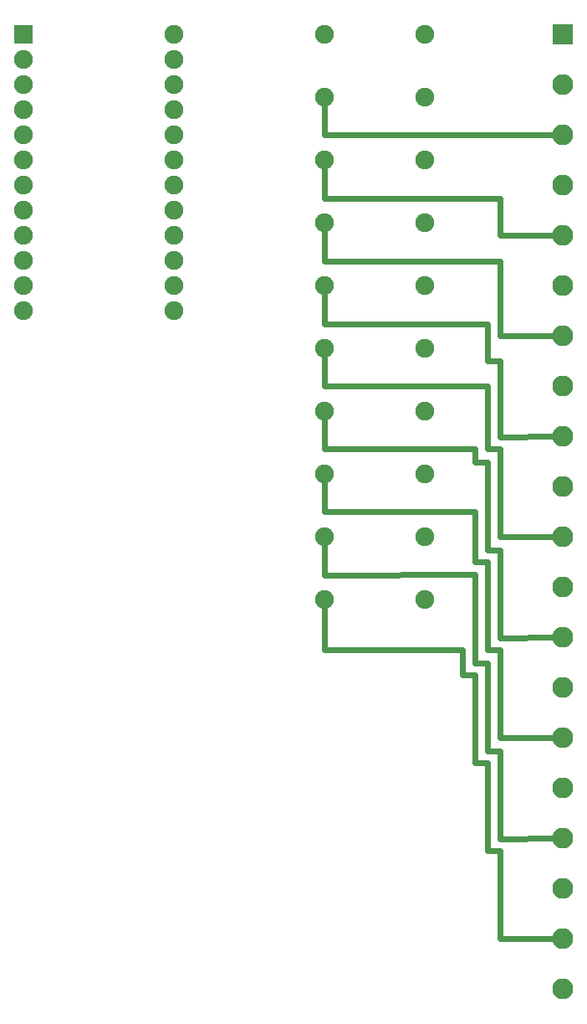
<source format=gtl>
G04 MADE WITH FRITZING*
G04 WWW.FRITZING.ORG*
G04 DOUBLE SIDED*
G04 HOLES PLATED*
G04 CONTOUR ON CENTER OF CONTOUR VECTOR*
%ASAXBY*%
%FSLAX23Y23*%
%MOIN*%
%OFA0B0*%
%SFA1.0B1.0*%
%ADD10C,0.075000*%
%ADD11C,0.083307*%
%ADD12R,0.083307X0.083307*%
%ADD13R,0.075000X0.075000*%
%ADD14C,0.024000*%
%LNCOPPER1*%
G90*
G70*
G54D10*
X1660Y2038D03*
X2060Y2038D03*
X1660Y2288D03*
X2060Y2288D03*
X1660Y2538D03*
X2060Y2538D03*
X1660Y2788D03*
X2060Y2788D03*
X1660Y3038D03*
X2060Y3038D03*
X1660Y3288D03*
X2060Y3288D03*
X1660Y3538D03*
X2060Y3538D03*
X1660Y3788D03*
X2060Y3788D03*
X1660Y4038D03*
X2060Y4038D03*
X1660Y4288D03*
X2060Y4288D03*
G54D11*
X2610Y4288D03*
X2610Y4088D03*
X2610Y3888D03*
X2610Y3688D03*
X2610Y3488D03*
X2610Y3288D03*
X2610Y3088D03*
X2610Y2888D03*
X2610Y2688D03*
X2610Y2488D03*
X2610Y2288D03*
X2610Y2088D03*
X2610Y1888D03*
X2610Y1688D03*
X2610Y1488D03*
X2610Y1288D03*
X2610Y1088D03*
X2610Y888D03*
X2610Y688D03*
X2610Y488D03*
G54D10*
X460Y4288D03*
X1060Y4288D03*
X460Y4188D03*
X1060Y4188D03*
X460Y4088D03*
X1060Y4088D03*
X460Y3988D03*
X1060Y3988D03*
X460Y3888D03*
X1060Y3888D03*
X460Y3788D03*
X1060Y3788D03*
X460Y3688D03*
X1060Y3688D03*
X460Y3588D03*
X1060Y3588D03*
X460Y3488D03*
X1060Y3488D03*
X460Y3388D03*
X1060Y3388D03*
X460Y3288D03*
X1060Y3288D03*
X460Y3188D03*
X1060Y3188D03*
G54D12*
X2610Y4288D03*
G54D13*
X460Y4288D03*
G54D14*
X1661Y3888D02*
X1660Y4009D01*
D02*
X2578Y3888D02*
X1661Y3888D01*
D02*
X2361Y1437D02*
X2310Y1437D01*
D02*
X2310Y1437D02*
X2310Y1787D01*
D02*
X2310Y1787D02*
X2261Y1787D01*
D02*
X2261Y1787D02*
X2261Y2139D01*
D02*
X2261Y2139D02*
X1660Y2136D01*
D02*
X1660Y2136D02*
X1660Y2259D01*
D02*
X2361Y1087D02*
X2361Y1437D01*
D02*
X2361Y1488D02*
X2361Y1838D01*
D02*
X2361Y1838D02*
X2310Y1838D01*
D02*
X2310Y1838D02*
X2310Y2188D01*
D02*
X2310Y2188D02*
X2261Y2188D01*
D02*
X2261Y2188D02*
X2261Y2388D01*
D02*
X2261Y2388D02*
X1660Y2388D01*
D02*
X1660Y2388D02*
X1660Y2509D01*
D02*
X2578Y1488D02*
X2361Y1488D01*
D02*
X2578Y1088D02*
X2361Y1087D01*
D02*
X2361Y1887D02*
X2361Y2237D01*
D02*
X2361Y2237D02*
X2310Y2237D01*
D02*
X2310Y2237D02*
X2310Y2587D01*
D02*
X2310Y2587D02*
X2261Y2587D01*
D02*
X2261Y2638D02*
X1660Y2638D01*
D02*
X2310Y2888D02*
X1660Y2888D01*
D02*
X1660Y2888D02*
X1660Y3009D01*
D02*
X2261Y2587D02*
X2261Y2638D01*
D02*
X1660Y2638D02*
X1660Y2759D01*
D02*
X2578Y1888D02*
X2361Y1887D01*
D02*
X2361Y2288D02*
X2359Y2638D01*
D02*
X2359Y2638D02*
X2310Y2638D01*
D02*
X2310Y2638D02*
X2310Y2888D01*
D02*
X2359Y2687D02*
X2361Y2988D01*
D02*
X2361Y2988D02*
X2310Y2988D01*
D02*
X2310Y3137D02*
X1660Y3137D01*
D02*
X2310Y2988D02*
X2310Y3137D01*
D02*
X1660Y3137D02*
X1660Y3259D01*
D02*
X2578Y2688D02*
X2359Y2687D01*
D02*
X2578Y2288D02*
X2361Y2288D01*
D02*
X2210Y1838D02*
X1660Y1840D01*
D02*
X2361Y3088D02*
X2361Y3387D01*
D02*
X2360Y3488D02*
X2360Y3637D01*
D02*
X2360Y3637D02*
X1661Y3637D01*
D02*
X1661Y3637D02*
X1660Y3759D01*
D02*
X2578Y3488D02*
X2360Y3488D01*
D02*
X2361Y3387D02*
X1660Y3387D01*
D02*
X1660Y3387D02*
X1660Y3509D01*
D02*
X2578Y3088D02*
X2361Y3088D01*
D02*
X1660Y1840D02*
X1660Y2009D01*
D02*
X2359Y688D02*
X2359Y1038D01*
D02*
X2359Y1038D02*
X2310Y1038D01*
D02*
X2310Y1038D02*
X2310Y1388D01*
D02*
X2310Y1388D02*
X2261Y1388D01*
D02*
X2261Y1388D02*
X2261Y1738D01*
D02*
X2261Y1738D02*
X2210Y1738D01*
D02*
X2210Y1738D02*
X2210Y1838D01*
D02*
X2578Y688D02*
X2359Y688D01*
G04 End of Copper1*
M02*
</source>
